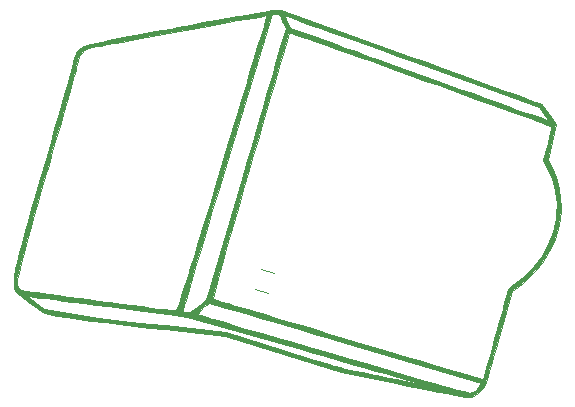
<source format=gbr>
G04 #@! TF.FileFunction,Legend,Top*
%FSLAX46Y46*%
G04 Gerber Fmt 4.6, Leading zero omitted, Abs format (unit mm)*
G04 Created by KiCad (PCBNEW 4.0.6) date 07/30/18 20:27:46*
%MOMM*%
%LPD*%
G01*
G04 APERTURE LIST*
%ADD10C,0.100000*%
%ADD11C,0.010000*%
%ADD12C,0.120000*%
G04 APERTURE END LIST*
D10*
D11*
G36*
X133523046Y-89656523D02*
X134835320Y-90131137D01*
X136103240Y-90589923D01*
X137317743Y-91029592D01*
X138469767Y-91446853D01*
X139550248Y-91838418D01*
X140550122Y-92200995D01*
X141460328Y-92531295D01*
X142271800Y-92826028D01*
X142975478Y-93081905D01*
X143562296Y-93295636D01*
X144023193Y-93463931D01*
X144349105Y-93583500D01*
X144530968Y-93651053D01*
X144567729Y-93665595D01*
X144617934Y-93736438D01*
X144749524Y-93916473D01*
X144942876Y-94178982D01*
X145178368Y-94497247D01*
X145193831Y-94518102D01*
X145812617Y-95352538D01*
X145061561Y-98353776D01*
X145295267Y-98761825D01*
X145583918Y-99367066D01*
X145829984Y-100078956D01*
X146021758Y-100844783D01*
X146147536Y-101611831D01*
X146195610Y-102327389D01*
X146179356Y-102743000D01*
X145990536Y-103916276D01*
X145654755Y-105042655D01*
X145181785Y-106105068D01*
X144581394Y-107086451D01*
X143863354Y-107969736D01*
X143037435Y-108737858D01*
X142535051Y-109108900D01*
X142025770Y-109453301D01*
X140935586Y-113393864D01*
X140681993Y-114308440D01*
X140467885Y-115074575D01*
X140288445Y-115707261D01*
X140138860Y-116221493D01*
X140014314Y-116632266D01*
X139909991Y-116954572D01*
X139821076Y-117203407D01*
X139742754Y-117393764D01*
X139670210Y-117540637D01*
X139598628Y-117659020D01*
X139538751Y-117743380D01*
X139137296Y-118153019D01*
X138662135Y-118416000D01*
X138472333Y-118473657D01*
X138361792Y-118464468D01*
X138099711Y-118424157D01*
X137700471Y-118355415D01*
X137178457Y-118260934D01*
X136548049Y-118143406D01*
X135823630Y-118005521D01*
X135019583Y-117849972D01*
X134150291Y-117679449D01*
X133230135Y-117496645D01*
X132926666Y-117435867D01*
X132207504Y-117291555D01*
X134055555Y-117291555D01*
X134067177Y-117341889D01*
X134112000Y-117348000D01*
X134181690Y-117317021D01*
X134168444Y-117291555D01*
X134067964Y-117281422D01*
X134055555Y-117291555D01*
X132207504Y-117291555D01*
X127550333Y-116357016D01*
X122639666Y-114812782D01*
X117729000Y-113268548D01*
X112649000Y-112728008D01*
X111338126Y-112584802D01*
X110040966Y-112435940D01*
X108775583Y-112283838D01*
X107560040Y-112130913D01*
X106412403Y-111979581D01*
X105350734Y-111832257D01*
X104393097Y-111691357D01*
X103557556Y-111559298D01*
X102862176Y-111438496D01*
X102531333Y-111374770D01*
X102390219Y-111308848D01*
X102147342Y-111157022D01*
X101832830Y-110939585D01*
X101476813Y-110676831D01*
X101346000Y-110576383D01*
X100867390Y-110207194D01*
X100503422Y-109925450D01*
X100501872Y-109924189D01*
X101126124Y-109924189D01*
X101182826Y-109980142D01*
X101344536Y-110118875D01*
X101584035Y-110317388D01*
X101784292Y-110480328D01*
X102453402Y-111020989D01*
X104998440Y-111432937D01*
X105959162Y-111579686D01*
X107084151Y-111735627D01*
X108368622Y-111900163D01*
X109807791Y-112072698D01*
X111396876Y-112252634D01*
X112678573Y-112391486D01*
X117813666Y-112938087D01*
X122682000Y-114473895D01*
X123693051Y-114792664D01*
X124562299Y-115065761D01*
X125309405Y-115298537D01*
X125954028Y-115496343D01*
X126515829Y-115664531D01*
X127014467Y-115808452D01*
X127469604Y-115933458D01*
X127900898Y-116044900D01*
X128328011Y-116148130D01*
X128770603Y-116248499D01*
X129248333Y-116351359D01*
X129780862Y-116462061D01*
X130387849Y-116585957D01*
X130598333Y-116628718D01*
X131533651Y-116817474D01*
X132308612Y-116971185D01*
X132928329Y-117090762D01*
X133397915Y-117177117D01*
X133722486Y-117231160D01*
X133907153Y-117253803D01*
X133957033Y-117245958D01*
X133900333Y-117217178D01*
X133809571Y-117190083D01*
X133566139Y-117119296D01*
X133180162Y-117007726D01*
X132661765Y-116858282D01*
X132021073Y-116673874D01*
X131268210Y-116457411D01*
X130413302Y-116211802D01*
X129466473Y-115939956D01*
X128437849Y-115644783D01*
X127337553Y-115329191D01*
X126175712Y-114996090D01*
X124962450Y-114648389D01*
X124163666Y-114419545D01*
X114511666Y-111654698D01*
X112946382Y-111450358D01*
X115405627Y-111450358D01*
X115440156Y-111463273D01*
X115537223Y-111494116D01*
X115702115Y-111544430D01*
X115940121Y-111615756D01*
X116256528Y-111709635D01*
X116656624Y-111827608D01*
X117145697Y-111971217D01*
X117729033Y-112142004D01*
X118411922Y-112341510D01*
X119199650Y-112571275D01*
X120097505Y-112832842D01*
X121110775Y-113127752D01*
X122244748Y-113457546D01*
X123504711Y-113823766D01*
X124895952Y-114227952D01*
X126423759Y-114671647D01*
X128093419Y-115156392D01*
X129910220Y-115683728D01*
X131879450Y-116255196D01*
X133858000Y-116829283D01*
X134690963Y-117069973D01*
X135479569Y-117295947D01*
X136207992Y-117502803D01*
X136860406Y-117686134D01*
X137420985Y-117841535D01*
X137873903Y-117964601D01*
X138203335Y-118050928D01*
X138393454Y-118096110D01*
X138430000Y-118101873D01*
X138649155Y-118062537D01*
X138887393Y-117957115D01*
X138895666Y-117952063D01*
X139119742Y-117765156D01*
X139292450Y-117546261D01*
X139435234Y-117297764D01*
X127947117Y-113891306D01*
X126593693Y-113490187D01*
X125284388Y-113102531D01*
X124028429Y-112731052D01*
X122835042Y-112378462D01*
X121713453Y-112047475D01*
X120672888Y-111740803D01*
X119722573Y-111461159D01*
X118871733Y-111211257D01*
X118129596Y-110993809D01*
X117505388Y-110811529D01*
X117008333Y-110667128D01*
X116647660Y-110563321D01*
X116432592Y-110502821D01*
X116371441Y-110487424D01*
X116277980Y-110542389D01*
X116113059Y-110681821D01*
X115910886Y-110871612D01*
X115705671Y-111077656D01*
X115531622Y-111265844D01*
X115422950Y-111402070D01*
X115405627Y-111450358D01*
X112946382Y-111450358D01*
X110838938Y-111175242D01*
X114177888Y-111175242D01*
X114284880Y-111222449D01*
X114495414Y-111247979D01*
X114580163Y-111249562D01*
X114751610Y-111238112D01*
X114903648Y-111192322D01*
X115071201Y-111091057D01*
X115289191Y-110913184D01*
X115592542Y-110637571D01*
X115594529Y-110635729D01*
X116124307Y-110144614D01*
X116701373Y-110144614D01*
X116702651Y-110146011D01*
X116805718Y-110178798D01*
X117058777Y-110255985D01*
X117450584Y-110374230D01*
X117969895Y-110530194D01*
X118605465Y-110720536D01*
X119346051Y-110941918D01*
X120180407Y-111190997D01*
X121097289Y-111464434D01*
X122085454Y-111758890D01*
X123133656Y-112071023D01*
X124230651Y-112397495D01*
X125365196Y-112734963D01*
X126526045Y-113080090D01*
X127701954Y-113429533D01*
X128881679Y-113779954D01*
X130053976Y-114128012D01*
X131207600Y-114470366D01*
X132331306Y-114803677D01*
X133413852Y-115124605D01*
X134443991Y-115429809D01*
X135410480Y-115715950D01*
X136302075Y-115979687D01*
X137107530Y-116217679D01*
X137815603Y-116426588D01*
X138415047Y-116603072D01*
X138894620Y-116743792D01*
X139243077Y-116845407D01*
X139449173Y-116904577D01*
X139503794Y-116919114D01*
X139609309Y-116854647D01*
X139648731Y-116776500D01*
X139680094Y-116665760D01*
X139751585Y-116409257D01*
X139858362Y-116024479D01*
X139995586Y-115528916D01*
X140158415Y-114940057D01*
X140342010Y-114275392D01*
X140541530Y-113552409D01*
X140673922Y-113072333D01*
X140880970Y-112321622D01*
X141075107Y-111618283D01*
X141251499Y-110979783D01*
X141405315Y-110423589D01*
X141531720Y-109967169D01*
X141625884Y-109627990D01*
X141682973Y-109423519D01*
X141697767Y-109371600D01*
X141785222Y-109260003D01*
X141979665Y-109090335D01*
X142244210Y-108893824D01*
X142334647Y-108832364D01*
X143166992Y-108180390D01*
X143911638Y-107398157D01*
X144555522Y-106507403D01*
X145085582Y-105529866D01*
X145488754Y-104487284D01*
X145751978Y-103401396D01*
X145802975Y-103060500D01*
X145850591Y-102025554D01*
X145729470Y-100989581D01*
X145439423Y-99951578D01*
X145037598Y-99022353D01*
X144698436Y-98349706D01*
X145054724Y-96974248D01*
X145169381Y-96515369D01*
X145261622Y-96114299D01*
X145325600Y-95799247D01*
X145355465Y-95598425D01*
X145352081Y-95539858D01*
X145264404Y-95502095D01*
X145028950Y-95411657D01*
X144656776Y-95272521D01*
X144158939Y-95088660D01*
X143546495Y-94864050D01*
X142830503Y-94602667D01*
X142022019Y-94308483D01*
X141132100Y-93985475D01*
X140171803Y-93637618D01*
X139152187Y-93268885D01*
X138084306Y-92883253D01*
X136979220Y-92484695D01*
X135847985Y-92077187D01*
X134701657Y-91664704D01*
X133551295Y-91251220D01*
X132407956Y-90840711D01*
X131282695Y-90437151D01*
X130186572Y-90044514D01*
X129130642Y-89666777D01*
X128125963Y-89307914D01*
X127183592Y-88971899D01*
X126314586Y-88662707D01*
X125530002Y-88384314D01*
X124840898Y-88140695D01*
X124258330Y-87935823D01*
X123793355Y-87773674D01*
X123457032Y-87658224D01*
X123260416Y-87593445D01*
X123211211Y-87580566D01*
X123182917Y-87665383D01*
X123110017Y-87903480D01*
X122995248Y-88285557D01*
X122841348Y-88802313D01*
X122651057Y-89444449D01*
X122427112Y-90202663D01*
X122172253Y-91067656D01*
X121889216Y-92030128D01*
X121580741Y-93080779D01*
X121249565Y-94210307D01*
X120898428Y-95409414D01*
X120530067Y-96668799D01*
X120147220Y-97979162D01*
X119888407Y-98865799D01*
X119382667Y-100601580D01*
X118918470Y-102200168D01*
X118496452Y-103659308D01*
X118117250Y-104976747D01*
X117781501Y-106150233D01*
X117489839Y-107177510D01*
X117242903Y-108056326D01*
X117041329Y-108784428D01*
X116885752Y-109359561D01*
X116776809Y-109779472D01*
X116715138Y-110041908D01*
X116701373Y-110144614D01*
X116124307Y-110144614D01*
X116254058Y-110024333D01*
X119173849Y-99991989D01*
X119550229Y-98698640D01*
X119918992Y-97431244D01*
X120276746Y-96201471D01*
X120620099Y-95020989D01*
X120945660Y-93901465D01*
X121250037Y-92854568D01*
X121529838Y-91891965D01*
X121781671Y-91025326D01*
X122002145Y-90266319D01*
X122187868Y-89626611D01*
X122335448Y-89117871D01*
X122441493Y-88751768D01*
X122489688Y-88584902D01*
X122885737Y-87210160D01*
X122598178Y-86615746D01*
X122449265Y-86316850D01*
X122347713Y-86152475D01*
X122782289Y-86152475D01*
X122803772Y-86232312D01*
X122885776Y-86421339D01*
X123010255Y-86678042D01*
X123264931Y-87182552D01*
X125534632Y-88000809D01*
X125930893Y-88143693D01*
X126472282Y-88338949D01*
X127144649Y-88581471D01*
X127933841Y-88866154D01*
X128825707Y-89187893D01*
X129806095Y-89541582D01*
X130860854Y-89922115D01*
X131975833Y-90324388D01*
X133136879Y-90743294D01*
X134329841Y-91173729D01*
X135540569Y-91610586D01*
X136440333Y-91935250D01*
X137599148Y-92353129D01*
X138712771Y-92754196D01*
X139770925Y-93134777D01*
X140763332Y-93491198D01*
X141679713Y-93819786D01*
X142509790Y-94116866D01*
X143243285Y-94378764D01*
X143869920Y-94601807D01*
X144379415Y-94782319D01*
X144761494Y-94916627D01*
X145005877Y-95001057D01*
X145102287Y-95031935D01*
X145103382Y-95031945D01*
X145070011Y-94959954D01*
X144957327Y-94786236D01*
X144787558Y-94544579D01*
X144737010Y-94475061D01*
X144343588Y-93937666D01*
X133576294Y-90034542D01*
X132280408Y-89565009D01*
X131028706Y-89111921D01*
X129830379Y-88678584D01*
X128694617Y-88268302D01*
X127630610Y-87884381D01*
X126647547Y-87530126D01*
X125754620Y-87208843D01*
X124961018Y-86923836D01*
X124275932Y-86678412D01*
X123708552Y-86475875D01*
X123268067Y-86319530D01*
X122963669Y-86212682D01*
X122804546Y-86158638D01*
X122782289Y-86152475D01*
X122347713Y-86152475D01*
X122339942Y-86139898D01*
X122238699Y-86053152D01*
X122114024Y-86024872D01*
X122009476Y-86022789D01*
X121708333Y-86024245D01*
X117919391Y-98561365D01*
X117492746Y-99974565D01*
X117080219Y-101343910D01*
X116684418Y-102660610D01*
X116307951Y-103915874D01*
X115953425Y-105100910D01*
X115623448Y-106206929D01*
X115320627Y-107225138D01*
X115047570Y-108146749D01*
X114806884Y-108962968D01*
X114601177Y-109665006D01*
X114433056Y-110244072D01*
X114305129Y-110691375D01*
X114220003Y-110998124D01*
X114180286Y-111155528D01*
X114177888Y-111175242D01*
X110838938Y-111175242D01*
X107824366Y-110781705D01*
X106780784Y-110645678D01*
X105786871Y-110516527D01*
X104855247Y-110395869D01*
X103998532Y-110285319D01*
X103229346Y-110186492D01*
X102560309Y-110101005D01*
X102004040Y-110030473D01*
X101573160Y-109976511D01*
X101280289Y-109940735D01*
X101138047Y-109924761D01*
X101126124Y-109924189D01*
X100501872Y-109924189D01*
X100238663Y-109710180D01*
X100057676Y-109540415D01*
X99945028Y-109395183D01*
X99885283Y-109253516D01*
X99863007Y-109094442D01*
X99862766Y-108896992D01*
X99867597Y-108701801D01*
X100162590Y-108701801D01*
X100163371Y-108862929D01*
X100179909Y-108992594D01*
X100209946Y-109100160D01*
X100251218Y-109194991D01*
X100264193Y-109220000D01*
X100287266Y-109259249D01*
X100319585Y-109294981D01*
X100372343Y-109329006D01*
X100456731Y-109363133D01*
X100583941Y-109399172D01*
X100765165Y-109438932D01*
X101011595Y-109484223D01*
X101334423Y-109536854D01*
X101744840Y-109598635D01*
X102254038Y-109671375D01*
X102873209Y-109756884D01*
X103613545Y-109856971D01*
X104486238Y-109973445D01*
X105502479Y-110108117D01*
X106673461Y-110262795D01*
X106894009Y-110291908D01*
X107928189Y-110427985D01*
X108915794Y-110557090D01*
X109843656Y-110677554D01*
X110698610Y-110787705D01*
X111467488Y-110885875D01*
X112137126Y-110970392D01*
X112694355Y-111039588D01*
X113126011Y-111091791D01*
X113418927Y-111125333D01*
X113559936Y-111138542D01*
X113569043Y-111138575D01*
X113596048Y-111118243D01*
X113633739Y-111056367D01*
X113684355Y-110945848D01*
X113750136Y-110779587D01*
X113833322Y-110550486D01*
X113936153Y-110251446D01*
X114060868Y-109875371D01*
X114209707Y-109415160D01*
X114384910Y-108863716D01*
X114588716Y-108213941D01*
X114823366Y-107458736D01*
X115091099Y-106591003D01*
X115394156Y-105603644D01*
X115734774Y-104489560D01*
X116115196Y-103241653D01*
X116537659Y-101852824D01*
X117004405Y-100315976D01*
X117513835Y-98636666D01*
X117941049Y-97227333D01*
X118354519Y-95862513D01*
X118751606Y-94550959D01*
X119129667Y-93301428D01*
X119486063Y-92122675D01*
X119818153Y-91023453D01*
X120123296Y-90012519D01*
X120398851Y-89098628D01*
X120642178Y-88290534D01*
X120850636Y-87596993D01*
X121021584Y-87026759D01*
X121152382Y-86588589D01*
X121240389Y-86291235D01*
X121282964Y-86143455D01*
X121286658Y-86128088D01*
X121204039Y-86140458D01*
X120969363Y-86180950D01*
X120597084Y-86246914D01*
X120101659Y-86335703D01*
X119497542Y-86444668D01*
X118799191Y-86571160D01*
X118021061Y-86712531D01*
X117177607Y-86866131D01*
X116283287Y-87029313D01*
X115352554Y-87199428D01*
X114399867Y-87373827D01*
X113439679Y-87549861D01*
X112486447Y-87724883D01*
X111554628Y-87896243D01*
X110658676Y-88061292D01*
X109813047Y-88217383D01*
X109032199Y-88361866D01*
X108330585Y-88492092D01*
X107722663Y-88605415D01*
X107222888Y-88699184D01*
X106845716Y-88770751D01*
X106605602Y-88817467D01*
X106579352Y-88822768D01*
X106157257Y-88931249D01*
X105838331Y-89078446D01*
X105599595Y-89291304D01*
X105418068Y-89596770D01*
X105270770Y-90021791D01*
X105156654Y-90491035D01*
X105110782Y-90675300D01*
X105021202Y-91010076D01*
X104891340Y-91483232D01*
X104724627Y-92082637D01*
X104524490Y-92796162D01*
X104294357Y-93611675D01*
X104037656Y-94517047D01*
X103757816Y-95500147D01*
X103458266Y-96548846D01*
X103142432Y-97651012D01*
X102813743Y-98794516D01*
X102615270Y-99483333D01*
X102205430Y-100905612D01*
X101840743Y-102174695D01*
X101518947Y-103299946D01*
X101237782Y-104290730D01*
X100994986Y-105156410D01*
X100788299Y-105906350D01*
X100615459Y-106549915D01*
X100474205Y-107096468D01*
X100362276Y-107555373D01*
X100277412Y-107935995D01*
X100217350Y-108247698D01*
X100179830Y-108499845D01*
X100162590Y-108701801D01*
X99867597Y-108701801D01*
X99869123Y-108640197D01*
X99869894Y-108570899D01*
X99871243Y-108436398D01*
X99875173Y-108307531D01*
X99884329Y-108174240D01*
X99901352Y-108026466D01*
X99928886Y-107854151D01*
X99969575Y-107647237D01*
X100026061Y-107395666D01*
X100100988Y-107089380D01*
X100196999Y-106718321D01*
X100316737Y-106272429D01*
X100462845Y-105741649D01*
X100637967Y-105115920D01*
X100844746Y-104385185D01*
X101085825Y-103539386D01*
X101363847Y-102568465D01*
X101681455Y-101462364D01*
X102041293Y-100211024D01*
X102335916Y-99187000D01*
X102674208Y-98009798D01*
X103000721Y-96870729D01*
X103312204Y-95781291D01*
X103605406Y-94752981D01*
X103877075Y-93797297D01*
X104123959Y-92925735D01*
X104342808Y-92149793D01*
X104530371Y-91480969D01*
X104683394Y-90930759D01*
X104798629Y-90510661D01*
X104872822Y-90232173D01*
X104900944Y-90116616D01*
X105047934Y-89577865D01*
X105251297Y-89177620D01*
X105527324Y-88889865D01*
X105757519Y-88748785D01*
X105875439Y-88704477D01*
X106081329Y-88646456D01*
X106382769Y-88573199D01*
X106787334Y-88483185D01*
X107302603Y-88374889D01*
X107936153Y-88246790D01*
X108695562Y-88097364D01*
X109588408Y-87925090D01*
X110622267Y-87728443D01*
X111804718Y-87505901D01*
X113143338Y-87255942D01*
X113716186Y-87149431D01*
X114838978Y-86941679D01*
X115924614Y-86742335D01*
X116960144Y-86553690D01*
X117932621Y-86378033D01*
X118829096Y-86217654D01*
X119636622Y-86074844D01*
X120342251Y-85951893D01*
X120933034Y-85851091D01*
X121396023Y-85774728D01*
X121718270Y-85725094D01*
X121885339Y-85704573D01*
X122485678Y-85665521D01*
X133523046Y-89656523D01*
X133523046Y-89656523D01*
G37*
X133523046Y-89656523D02*
X134835320Y-90131137D01*
X136103240Y-90589923D01*
X137317743Y-91029592D01*
X138469767Y-91446853D01*
X139550248Y-91838418D01*
X140550122Y-92200995D01*
X141460328Y-92531295D01*
X142271800Y-92826028D01*
X142975478Y-93081905D01*
X143562296Y-93295636D01*
X144023193Y-93463931D01*
X144349105Y-93583500D01*
X144530968Y-93651053D01*
X144567729Y-93665595D01*
X144617934Y-93736438D01*
X144749524Y-93916473D01*
X144942876Y-94178982D01*
X145178368Y-94497247D01*
X145193831Y-94518102D01*
X145812617Y-95352538D01*
X145061561Y-98353776D01*
X145295267Y-98761825D01*
X145583918Y-99367066D01*
X145829984Y-100078956D01*
X146021758Y-100844783D01*
X146147536Y-101611831D01*
X146195610Y-102327389D01*
X146179356Y-102743000D01*
X145990536Y-103916276D01*
X145654755Y-105042655D01*
X145181785Y-106105068D01*
X144581394Y-107086451D01*
X143863354Y-107969736D01*
X143037435Y-108737858D01*
X142535051Y-109108900D01*
X142025770Y-109453301D01*
X140935586Y-113393864D01*
X140681993Y-114308440D01*
X140467885Y-115074575D01*
X140288445Y-115707261D01*
X140138860Y-116221493D01*
X140014314Y-116632266D01*
X139909991Y-116954572D01*
X139821076Y-117203407D01*
X139742754Y-117393764D01*
X139670210Y-117540637D01*
X139598628Y-117659020D01*
X139538751Y-117743380D01*
X139137296Y-118153019D01*
X138662135Y-118416000D01*
X138472333Y-118473657D01*
X138361792Y-118464468D01*
X138099711Y-118424157D01*
X137700471Y-118355415D01*
X137178457Y-118260934D01*
X136548049Y-118143406D01*
X135823630Y-118005521D01*
X135019583Y-117849972D01*
X134150291Y-117679449D01*
X133230135Y-117496645D01*
X132926666Y-117435867D01*
X132207504Y-117291555D01*
X134055555Y-117291555D01*
X134067177Y-117341889D01*
X134112000Y-117348000D01*
X134181690Y-117317021D01*
X134168444Y-117291555D01*
X134067964Y-117281422D01*
X134055555Y-117291555D01*
X132207504Y-117291555D01*
X127550333Y-116357016D01*
X122639666Y-114812782D01*
X117729000Y-113268548D01*
X112649000Y-112728008D01*
X111338126Y-112584802D01*
X110040966Y-112435940D01*
X108775583Y-112283838D01*
X107560040Y-112130913D01*
X106412403Y-111979581D01*
X105350734Y-111832257D01*
X104393097Y-111691357D01*
X103557556Y-111559298D01*
X102862176Y-111438496D01*
X102531333Y-111374770D01*
X102390219Y-111308848D01*
X102147342Y-111157022D01*
X101832830Y-110939585D01*
X101476813Y-110676831D01*
X101346000Y-110576383D01*
X100867390Y-110207194D01*
X100503422Y-109925450D01*
X100501872Y-109924189D01*
X101126124Y-109924189D01*
X101182826Y-109980142D01*
X101344536Y-110118875D01*
X101584035Y-110317388D01*
X101784292Y-110480328D01*
X102453402Y-111020989D01*
X104998440Y-111432937D01*
X105959162Y-111579686D01*
X107084151Y-111735627D01*
X108368622Y-111900163D01*
X109807791Y-112072698D01*
X111396876Y-112252634D01*
X112678573Y-112391486D01*
X117813666Y-112938087D01*
X122682000Y-114473895D01*
X123693051Y-114792664D01*
X124562299Y-115065761D01*
X125309405Y-115298537D01*
X125954028Y-115496343D01*
X126515829Y-115664531D01*
X127014467Y-115808452D01*
X127469604Y-115933458D01*
X127900898Y-116044900D01*
X128328011Y-116148130D01*
X128770603Y-116248499D01*
X129248333Y-116351359D01*
X129780862Y-116462061D01*
X130387849Y-116585957D01*
X130598333Y-116628718D01*
X131533651Y-116817474D01*
X132308612Y-116971185D01*
X132928329Y-117090762D01*
X133397915Y-117177117D01*
X133722486Y-117231160D01*
X133907153Y-117253803D01*
X133957033Y-117245958D01*
X133900333Y-117217178D01*
X133809571Y-117190083D01*
X133566139Y-117119296D01*
X133180162Y-117007726D01*
X132661765Y-116858282D01*
X132021073Y-116673874D01*
X131268210Y-116457411D01*
X130413302Y-116211802D01*
X129466473Y-115939956D01*
X128437849Y-115644783D01*
X127337553Y-115329191D01*
X126175712Y-114996090D01*
X124962450Y-114648389D01*
X124163666Y-114419545D01*
X114511666Y-111654698D01*
X112946382Y-111450358D01*
X115405627Y-111450358D01*
X115440156Y-111463273D01*
X115537223Y-111494116D01*
X115702115Y-111544430D01*
X115940121Y-111615756D01*
X116256528Y-111709635D01*
X116656624Y-111827608D01*
X117145697Y-111971217D01*
X117729033Y-112142004D01*
X118411922Y-112341510D01*
X119199650Y-112571275D01*
X120097505Y-112832842D01*
X121110775Y-113127752D01*
X122244748Y-113457546D01*
X123504711Y-113823766D01*
X124895952Y-114227952D01*
X126423759Y-114671647D01*
X128093419Y-115156392D01*
X129910220Y-115683728D01*
X131879450Y-116255196D01*
X133858000Y-116829283D01*
X134690963Y-117069973D01*
X135479569Y-117295947D01*
X136207992Y-117502803D01*
X136860406Y-117686134D01*
X137420985Y-117841535D01*
X137873903Y-117964601D01*
X138203335Y-118050928D01*
X138393454Y-118096110D01*
X138430000Y-118101873D01*
X138649155Y-118062537D01*
X138887393Y-117957115D01*
X138895666Y-117952063D01*
X139119742Y-117765156D01*
X139292450Y-117546261D01*
X139435234Y-117297764D01*
X127947117Y-113891306D01*
X126593693Y-113490187D01*
X125284388Y-113102531D01*
X124028429Y-112731052D01*
X122835042Y-112378462D01*
X121713453Y-112047475D01*
X120672888Y-111740803D01*
X119722573Y-111461159D01*
X118871733Y-111211257D01*
X118129596Y-110993809D01*
X117505388Y-110811529D01*
X117008333Y-110667128D01*
X116647660Y-110563321D01*
X116432592Y-110502821D01*
X116371441Y-110487424D01*
X116277980Y-110542389D01*
X116113059Y-110681821D01*
X115910886Y-110871612D01*
X115705671Y-111077656D01*
X115531622Y-111265844D01*
X115422950Y-111402070D01*
X115405627Y-111450358D01*
X112946382Y-111450358D01*
X110838938Y-111175242D01*
X114177888Y-111175242D01*
X114284880Y-111222449D01*
X114495414Y-111247979D01*
X114580163Y-111249562D01*
X114751610Y-111238112D01*
X114903648Y-111192322D01*
X115071201Y-111091057D01*
X115289191Y-110913184D01*
X115592542Y-110637571D01*
X115594529Y-110635729D01*
X116124307Y-110144614D01*
X116701373Y-110144614D01*
X116702651Y-110146011D01*
X116805718Y-110178798D01*
X117058777Y-110255985D01*
X117450584Y-110374230D01*
X117969895Y-110530194D01*
X118605465Y-110720536D01*
X119346051Y-110941918D01*
X120180407Y-111190997D01*
X121097289Y-111464434D01*
X122085454Y-111758890D01*
X123133656Y-112071023D01*
X124230651Y-112397495D01*
X125365196Y-112734963D01*
X126526045Y-113080090D01*
X127701954Y-113429533D01*
X128881679Y-113779954D01*
X130053976Y-114128012D01*
X131207600Y-114470366D01*
X132331306Y-114803677D01*
X133413852Y-115124605D01*
X134443991Y-115429809D01*
X135410480Y-115715950D01*
X136302075Y-115979687D01*
X137107530Y-116217679D01*
X137815603Y-116426588D01*
X138415047Y-116603072D01*
X138894620Y-116743792D01*
X139243077Y-116845407D01*
X139449173Y-116904577D01*
X139503794Y-116919114D01*
X139609309Y-116854647D01*
X139648731Y-116776500D01*
X139680094Y-116665760D01*
X139751585Y-116409257D01*
X139858362Y-116024479D01*
X139995586Y-115528916D01*
X140158415Y-114940057D01*
X140342010Y-114275392D01*
X140541530Y-113552409D01*
X140673922Y-113072333D01*
X140880970Y-112321622D01*
X141075107Y-111618283D01*
X141251499Y-110979783D01*
X141405315Y-110423589D01*
X141531720Y-109967169D01*
X141625884Y-109627990D01*
X141682973Y-109423519D01*
X141697767Y-109371600D01*
X141785222Y-109260003D01*
X141979665Y-109090335D01*
X142244210Y-108893824D01*
X142334647Y-108832364D01*
X143166992Y-108180390D01*
X143911638Y-107398157D01*
X144555522Y-106507403D01*
X145085582Y-105529866D01*
X145488754Y-104487284D01*
X145751978Y-103401396D01*
X145802975Y-103060500D01*
X145850591Y-102025554D01*
X145729470Y-100989581D01*
X145439423Y-99951578D01*
X145037598Y-99022353D01*
X144698436Y-98349706D01*
X145054724Y-96974248D01*
X145169381Y-96515369D01*
X145261622Y-96114299D01*
X145325600Y-95799247D01*
X145355465Y-95598425D01*
X145352081Y-95539858D01*
X145264404Y-95502095D01*
X145028950Y-95411657D01*
X144656776Y-95272521D01*
X144158939Y-95088660D01*
X143546495Y-94864050D01*
X142830503Y-94602667D01*
X142022019Y-94308483D01*
X141132100Y-93985475D01*
X140171803Y-93637618D01*
X139152187Y-93268885D01*
X138084306Y-92883253D01*
X136979220Y-92484695D01*
X135847985Y-92077187D01*
X134701657Y-91664704D01*
X133551295Y-91251220D01*
X132407956Y-90840711D01*
X131282695Y-90437151D01*
X130186572Y-90044514D01*
X129130642Y-89666777D01*
X128125963Y-89307914D01*
X127183592Y-88971899D01*
X126314586Y-88662707D01*
X125530002Y-88384314D01*
X124840898Y-88140695D01*
X124258330Y-87935823D01*
X123793355Y-87773674D01*
X123457032Y-87658224D01*
X123260416Y-87593445D01*
X123211211Y-87580566D01*
X123182917Y-87665383D01*
X123110017Y-87903480D01*
X122995248Y-88285557D01*
X122841348Y-88802313D01*
X122651057Y-89444449D01*
X122427112Y-90202663D01*
X122172253Y-91067656D01*
X121889216Y-92030128D01*
X121580741Y-93080779D01*
X121249565Y-94210307D01*
X120898428Y-95409414D01*
X120530067Y-96668799D01*
X120147220Y-97979162D01*
X119888407Y-98865799D01*
X119382667Y-100601580D01*
X118918470Y-102200168D01*
X118496452Y-103659308D01*
X118117250Y-104976747D01*
X117781501Y-106150233D01*
X117489839Y-107177510D01*
X117242903Y-108056326D01*
X117041329Y-108784428D01*
X116885752Y-109359561D01*
X116776809Y-109779472D01*
X116715138Y-110041908D01*
X116701373Y-110144614D01*
X116124307Y-110144614D01*
X116254058Y-110024333D01*
X119173849Y-99991989D01*
X119550229Y-98698640D01*
X119918992Y-97431244D01*
X120276746Y-96201471D01*
X120620099Y-95020989D01*
X120945660Y-93901465D01*
X121250037Y-92854568D01*
X121529838Y-91891965D01*
X121781671Y-91025326D01*
X122002145Y-90266319D01*
X122187868Y-89626611D01*
X122335448Y-89117871D01*
X122441493Y-88751768D01*
X122489688Y-88584902D01*
X122885737Y-87210160D01*
X122598178Y-86615746D01*
X122449265Y-86316850D01*
X122347713Y-86152475D01*
X122782289Y-86152475D01*
X122803772Y-86232312D01*
X122885776Y-86421339D01*
X123010255Y-86678042D01*
X123264931Y-87182552D01*
X125534632Y-88000809D01*
X125930893Y-88143693D01*
X126472282Y-88338949D01*
X127144649Y-88581471D01*
X127933841Y-88866154D01*
X128825707Y-89187893D01*
X129806095Y-89541582D01*
X130860854Y-89922115D01*
X131975833Y-90324388D01*
X133136879Y-90743294D01*
X134329841Y-91173729D01*
X135540569Y-91610586D01*
X136440333Y-91935250D01*
X137599148Y-92353129D01*
X138712771Y-92754196D01*
X139770925Y-93134777D01*
X140763332Y-93491198D01*
X141679713Y-93819786D01*
X142509790Y-94116866D01*
X143243285Y-94378764D01*
X143869920Y-94601807D01*
X144379415Y-94782319D01*
X144761494Y-94916627D01*
X145005877Y-95001057D01*
X145102287Y-95031935D01*
X145103382Y-95031945D01*
X145070011Y-94959954D01*
X144957327Y-94786236D01*
X144787558Y-94544579D01*
X144737010Y-94475061D01*
X144343588Y-93937666D01*
X133576294Y-90034542D01*
X132280408Y-89565009D01*
X131028706Y-89111921D01*
X129830379Y-88678584D01*
X128694617Y-88268302D01*
X127630610Y-87884381D01*
X126647547Y-87530126D01*
X125754620Y-87208843D01*
X124961018Y-86923836D01*
X124275932Y-86678412D01*
X123708552Y-86475875D01*
X123268067Y-86319530D01*
X122963669Y-86212682D01*
X122804546Y-86158638D01*
X122782289Y-86152475D01*
X122347713Y-86152475D01*
X122339942Y-86139898D01*
X122238699Y-86053152D01*
X122114024Y-86024872D01*
X122009476Y-86022789D01*
X121708333Y-86024245D01*
X117919391Y-98561365D01*
X117492746Y-99974565D01*
X117080219Y-101343910D01*
X116684418Y-102660610D01*
X116307951Y-103915874D01*
X115953425Y-105100910D01*
X115623448Y-106206929D01*
X115320627Y-107225138D01*
X115047570Y-108146749D01*
X114806884Y-108962968D01*
X114601177Y-109665006D01*
X114433056Y-110244072D01*
X114305129Y-110691375D01*
X114220003Y-110998124D01*
X114180286Y-111155528D01*
X114177888Y-111175242D01*
X110838938Y-111175242D01*
X107824366Y-110781705D01*
X106780784Y-110645678D01*
X105786871Y-110516527D01*
X104855247Y-110395869D01*
X103998532Y-110285319D01*
X103229346Y-110186492D01*
X102560309Y-110101005D01*
X102004040Y-110030473D01*
X101573160Y-109976511D01*
X101280289Y-109940735D01*
X101138047Y-109924761D01*
X101126124Y-109924189D01*
X100501872Y-109924189D01*
X100238663Y-109710180D01*
X100057676Y-109540415D01*
X99945028Y-109395183D01*
X99885283Y-109253516D01*
X99863007Y-109094442D01*
X99862766Y-108896992D01*
X99867597Y-108701801D01*
X100162590Y-108701801D01*
X100163371Y-108862929D01*
X100179909Y-108992594D01*
X100209946Y-109100160D01*
X100251218Y-109194991D01*
X100264193Y-109220000D01*
X100287266Y-109259249D01*
X100319585Y-109294981D01*
X100372343Y-109329006D01*
X100456731Y-109363133D01*
X100583941Y-109399172D01*
X100765165Y-109438932D01*
X101011595Y-109484223D01*
X101334423Y-109536854D01*
X101744840Y-109598635D01*
X102254038Y-109671375D01*
X102873209Y-109756884D01*
X103613545Y-109856971D01*
X104486238Y-109973445D01*
X105502479Y-110108117D01*
X106673461Y-110262795D01*
X106894009Y-110291908D01*
X107928189Y-110427985D01*
X108915794Y-110557090D01*
X109843656Y-110677554D01*
X110698610Y-110787705D01*
X111467488Y-110885875D01*
X112137126Y-110970392D01*
X112694355Y-111039588D01*
X113126011Y-111091791D01*
X113418927Y-111125333D01*
X113559936Y-111138542D01*
X113569043Y-111138575D01*
X113596048Y-111118243D01*
X113633739Y-111056367D01*
X113684355Y-110945848D01*
X113750136Y-110779587D01*
X113833322Y-110550486D01*
X113936153Y-110251446D01*
X114060868Y-109875371D01*
X114209707Y-109415160D01*
X114384910Y-108863716D01*
X114588716Y-108213941D01*
X114823366Y-107458736D01*
X115091099Y-106591003D01*
X115394156Y-105603644D01*
X115734774Y-104489560D01*
X116115196Y-103241653D01*
X116537659Y-101852824D01*
X117004405Y-100315976D01*
X117513835Y-98636666D01*
X117941049Y-97227333D01*
X118354519Y-95862513D01*
X118751606Y-94550959D01*
X119129667Y-93301428D01*
X119486063Y-92122675D01*
X119818153Y-91023453D01*
X120123296Y-90012519D01*
X120398851Y-89098628D01*
X120642178Y-88290534D01*
X120850636Y-87596993D01*
X121021584Y-87026759D01*
X121152382Y-86588589D01*
X121240389Y-86291235D01*
X121282964Y-86143455D01*
X121286658Y-86128088D01*
X121204039Y-86140458D01*
X120969363Y-86180950D01*
X120597084Y-86246914D01*
X120101659Y-86335703D01*
X119497542Y-86444668D01*
X118799191Y-86571160D01*
X118021061Y-86712531D01*
X117177607Y-86866131D01*
X116283287Y-87029313D01*
X115352554Y-87199428D01*
X114399867Y-87373827D01*
X113439679Y-87549861D01*
X112486447Y-87724883D01*
X111554628Y-87896243D01*
X110658676Y-88061292D01*
X109813047Y-88217383D01*
X109032199Y-88361866D01*
X108330585Y-88492092D01*
X107722663Y-88605415D01*
X107222888Y-88699184D01*
X106845716Y-88770751D01*
X106605602Y-88817467D01*
X106579352Y-88822768D01*
X106157257Y-88931249D01*
X105838331Y-89078446D01*
X105599595Y-89291304D01*
X105418068Y-89596770D01*
X105270770Y-90021791D01*
X105156654Y-90491035D01*
X105110782Y-90675300D01*
X105021202Y-91010076D01*
X104891340Y-91483232D01*
X104724627Y-92082637D01*
X104524490Y-92796162D01*
X104294357Y-93611675D01*
X104037656Y-94517047D01*
X103757816Y-95500147D01*
X103458266Y-96548846D01*
X103142432Y-97651012D01*
X102813743Y-98794516D01*
X102615270Y-99483333D01*
X102205430Y-100905612D01*
X101840743Y-102174695D01*
X101518947Y-103299946D01*
X101237782Y-104290730D01*
X100994986Y-105156410D01*
X100788299Y-105906350D01*
X100615459Y-106549915D01*
X100474205Y-107096468D01*
X100362276Y-107555373D01*
X100277412Y-107935995D01*
X100217350Y-108247698D01*
X100179830Y-108499845D01*
X100162590Y-108701801D01*
X99867597Y-108701801D01*
X99869123Y-108640197D01*
X99869894Y-108570899D01*
X99871243Y-108436398D01*
X99875173Y-108307531D01*
X99884329Y-108174240D01*
X99901352Y-108026466D01*
X99928886Y-107854151D01*
X99969575Y-107647237D01*
X100026061Y-107395666D01*
X100100988Y-107089380D01*
X100196999Y-106718321D01*
X100316737Y-106272429D01*
X100462845Y-105741649D01*
X100637967Y-105115920D01*
X100844746Y-104385185D01*
X101085825Y-103539386D01*
X101363847Y-102568465D01*
X101681455Y-101462364D01*
X102041293Y-100211024D01*
X102335916Y-99187000D01*
X102674208Y-98009798D01*
X103000721Y-96870729D01*
X103312204Y-95781291D01*
X103605406Y-94752981D01*
X103877075Y-93797297D01*
X104123959Y-92925735D01*
X104342808Y-92149793D01*
X104530371Y-91480969D01*
X104683394Y-90930759D01*
X104798629Y-90510661D01*
X104872822Y-90232173D01*
X104900944Y-90116616D01*
X105047934Y-89577865D01*
X105251297Y-89177620D01*
X105527324Y-88889865D01*
X105757519Y-88748785D01*
X105875439Y-88704477D01*
X106081329Y-88646456D01*
X106382769Y-88573199D01*
X106787334Y-88483185D01*
X107302603Y-88374889D01*
X107936153Y-88246790D01*
X108695562Y-88097364D01*
X109588408Y-87925090D01*
X110622267Y-87728443D01*
X111804718Y-87505901D01*
X113143338Y-87255942D01*
X113716186Y-87149431D01*
X114838978Y-86941679D01*
X115924614Y-86742335D01*
X116960144Y-86553690D01*
X117932621Y-86378033D01*
X118829096Y-86217654D01*
X119636622Y-86074844D01*
X120342251Y-85951893D01*
X120933034Y-85851091D01*
X121396023Y-85774728D01*
X121718270Y-85725094D01*
X121885339Y-85704573D01*
X122485678Y-85665521D01*
X133523046Y-89656523D01*
D12*
X120790704Y-107644229D02*
X121938270Y-107995075D01*
X121423696Y-109678171D02*
X120276130Y-109327325D01*
M02*

</source>
